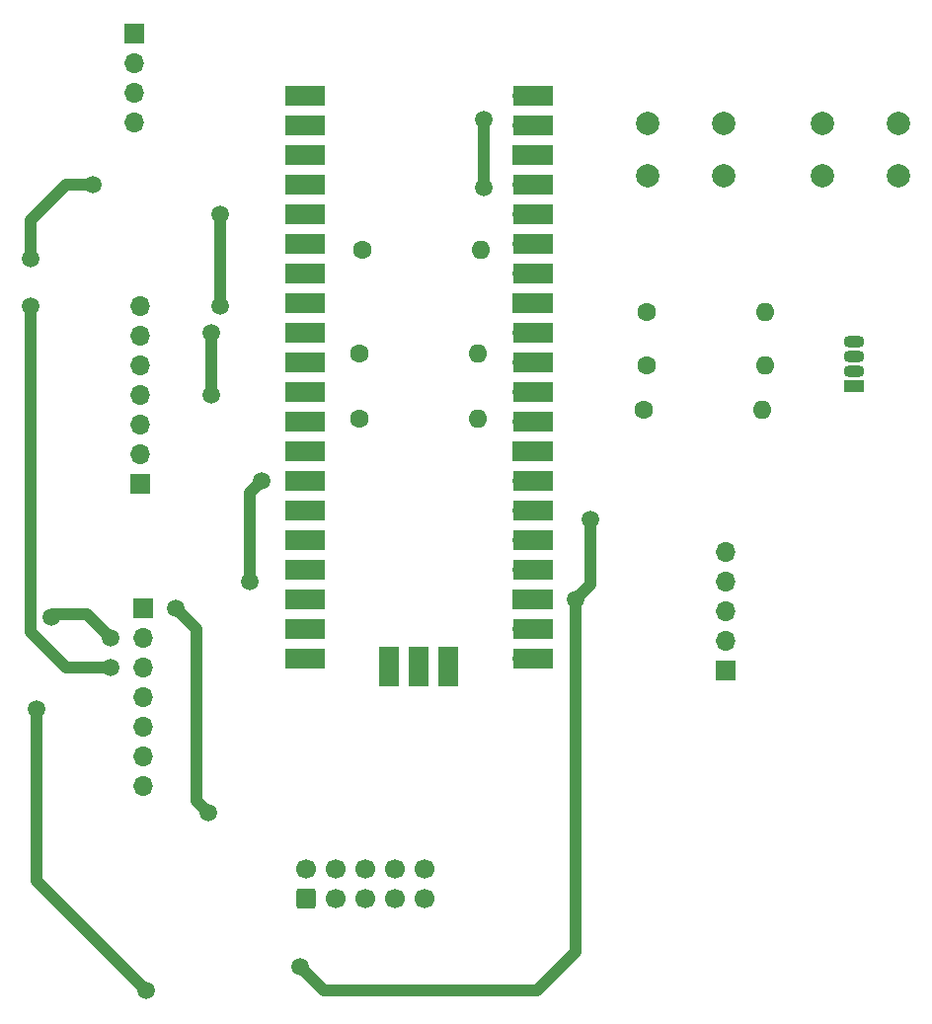
<source format=gbr>
%TF.GenerationSoftware,KiCad,Pcbnew,(6.0.1)*%
%TF.CreationDate,2022-11-25T13:10:30-03:00*%
%TF.ProjectId,Circuito esquem_tico,43697263-7569-4746-9f20-65737175656d,rev?*%
%TF.SameCoordinates,Original*%
%TF.FileFunction,Copper,L1,Top*%
%TF.FilePolarity,Positive*%
%FSLAX46Y46*%
G04 Gerber Fmt 4.6, Leading zero omitted, Abs format (unit mm)*
G04 Created by KiCad (PCBNEW (6.0.1)) date 2022-11-25 13:10:30*
%MOMM*%
%LPD*%
G01*
G04 APERTURE LIST*
G04 Aperture macros list*
%AMRoundRect*
0 Rectangle with rounded corners*
0 $1 Rounding radius*
0 $2 $3 $4 $5 $6 $7 $8 $9 X,Y pos of 4 corners*
0 Add a 4 corners polygon primitive as box body*
4,1,4,$2,$3,$4,$5,$6,$7,$8,$9,$2,$3,0*
0 Add four circle primitives for the rounded corners*
1,1,$1+$1,$2,$3*
1,1,$1+$1,$4,$5*
1,1,$1+$1,$6,$7*
1,1,$1+$1,$8,$9*
0 Add four rect primitives between the rounded corners*
20,1,$1+$1,$2,$3,$4,$5,0*
20,1,$1+$1,$4,$5,$6,$7,0*
20,1,$1+$1,$6,$7,$8,$9,0*
20,1,$1+$1,$8,$9,$2,$3,0*%
G04 Aperture macros list end*
%TA.AperFunction,ComponentPad*%
%ADD10C,1.600000*%
%TD*%
%TA.AperFunction,ComponentPad*%
%ADD11O,1.600000X1.600000*%
%TD*%
%TA.AperFunction,ComponentPad*%
%ADD12R,1.700000X1.700000*%
%TD*%
%TA.AperFunction,ComponentPad*%
%ADD13O,1.700000X1.700000*%
%TD*%
%TA.AperFunction,ComponentPad*%
%ADD14RoundRect,0.250000X0.600000X-0.600000X0.600000X0.600000X-0.600000X0.600000X-0.600000X-0.600000X0*%
%TD*%
%TA.AperFunction,ComponentPad*%
%ADD15C,1.700000*%
%TD*%
%TA.AperFunction,ComponentPad*%
%ADD16C,2.000000*%
%TD*%
%TA.AperFunction,ComponentPad*%
%ADD17R,1.800000X1.070000*%
%TD*%
%TA.AperFunction,ComponentPad*%
%ADD18O,1.800000X1.070000*%
%TD*%
%TA.AperFunction,SMDPad,CuDef*%
%ADD19R,3.500000X1.700000*%
%TD*%
%TA.AperFunction,SMDPad,CuDef*%
%ADD20R,1.700000X3.500000*%
%TD*%
%TA.AperFunction,ViaPad*%
%ADD21C,1.500000*%
%TD*%
%TA.AperFunction,Conductor*%
%ADD22C,1.000000*%
%TD*%
G04 APERTURE END LIST*
D10*
%TO.P,R6,1*%
%TO.N,GP21*%
X158496000Y-73406000D03*
D11*
%TO.P,R6,2*%
%TO.N,Net-(D1-Pad1)*%
X168656000Y-73406000D03*
%TD*%
D12*
%TO.P,J3,1,Pin_1*%
%TO.N,3.3V*%
X114808000Y-41148000D03*
D13*
%TO.P,J3,2,Pin_2*%
%TO.N,GP0*%
X114808000Y-43688000D03*
%TO.P,J3,3,Pin_3*%
%TO.N,GP1*%
X114808000Y-46228000D03*
%TO.P,J3,4,Pin_4*%
%TO.N,GND*%
X114808000Y-48768000D03*
%TD*%
D10*
%TO.P,R5,1*%
%TO.N,GP22*%
X158750000Y-69596000D03*
D11*
%TO.P,R5,2*%
%TO.N,Net-(D1-Pad3)*%
X168910000Y-69596000D03*
%TD*%
D12*
%TO.P,J4,1,Pin_1*%
%TO.N,GP17*%
X165526000Y-95733000D03*
D13*
%TO.P,J4,2,Pin_2*%
%TO.N,GP18*%
X165526000Y-93193000D03*
%TO.P,J4,3,Pin_3*%
%TO.N,GP19*%
X165526000Y-90653000D03*
%TO.P,J4,4,Pin_4*%
%TO.N,GP16*%
X165526000Y-88113000D03*
%TO.P,J4,5,Pin_5*%
%TO.N,VBUS*%
X165526000Y-85573000D03*
%TD*%
D14*
%TO.P,J6,1,Pin_1*%
%TO.N,GND*%
X129540000Y-115316000D03*
D15*
%TO.P,J6,2,Pin_2*%
X129540000Y-112776000D03*
%TO.P,J6,3,Pin_3*%
%TO.N,VBUS*%
X132080000Y-115316000D03*
%TO.P,J6,4,Pin_4*%
X132080000Y-112776000D03*
%TO.P,J6,5,Pin_5*%
%TO.N,3.3V*%
X134620000Y-115316000D03*
%TO.P,J6,6,Pin_6*%
X134620000Y-112776000D03*
%TO.P,J6,7,Pin_7*%
%TO.N,GP13*%
X137160000Y-115316000D03*
%TO.P,J6,8,Pin_8*%
X137160000Y-112776000D03*
%TO.P,J6,9,Pin_9*%
%TO.N,GP12*%
X139700000Y-115316000D03*
%TO.P,J6,10,Pin_10*%
X139700000Y-112776000D03*
%TD*%
D10*
%TO.P,R4,1*%
%TO.N,GP26*%
X158750000Y-65024000D03*
D11*
%TO.P,R4,2*%
%TO.N,Net-(D1-Pad4)*%
X168910000Y-65024000D03*
%TD*%
D12*
%TO.P,J1,1,Pin_1*%
%TO.N,GND*%
X115570000Y-90424000D03*
D13*
%TO.P,J1,2,Pin_2*%
%TO.N,VBUS*%
X115570000Y-92964000D03*
%TO.P,J1,3,Pin_3*%
%TO.N,GP2*%
X115570000Y-95504000D03*
%TO.P,J1,4,Pin_4*%
%TO.N,GP9*%
X115570000Y-98044000D03*
%TO.P,J1,5,Pin_5*%
%TO.N,GP8*%
X115570000Y-100584000D03*
%TO.P,J1,6,Pin_6*%
%TO.N,GP11*%
X115570000Y-103124000D03*
%TO.P,J1,7,Pin_7*%
%TO.N,GP10*%
X115570000Y-105664000D03*
%TD*%
D16*
%TO.P,SW2,1,1*%
%TO.N,GND*%
X165302000Y-48804000D03*
X158802000Y-48804000D03*
%TO.P,SW2,2,2*%
%TO.N,GP28*%
X158802000Y-53304000D03*
X165302000Y-53304000D03*
%TD*%
D17*
%TO.P,D1,1,RA*%
%TO.N,Net-(D1-Pad1)*%
X176530000Y-71374000D03*
D18*
%TO.P,D1,2,K*%
%TO.N,GND*%
X176530000Y-70104000D03*
%TO.P,D1,3,BA*%
%TO.N,Net-(D1-Pad3)*%
X176530000Y-68834000D03*
%TO.P,D1,4,GA*%
%TO.N,Net-(D1-Pad4)*%
X176530000Y-67564000D03*
%TD*%
D10*
%TO.P,R1,1*%
%TO.N,GP2*%
X134366000Y-59690000D03*
D11*
%TO.P,R1,2*%
%TO.N,3.3V*%
X144526000Y-59690000D03*
%TD*%
D10*
%TO.P,R2,1*%
%TO.N,GP9*%
X134112000Y-74168000D03*
D11*
%TO.P,R2,2*%
%TO.N,3.3V*%
X144272000Y-74168000D03*
%TD*%
D13*
%TO.P,U1,1,GPIO0*%
%TO.N,GP0*%
X130302000Y-46482000D03*
D19*
X129402000Y-46482000D03*
%TO.P,U1,2,GPIO1*%
%TO.N,GP1*%
X129402000Y-49022000D03*
D13*
X130302000Y-49022000D03*
D12*
%TO.P,U1,3,GND*%
%TO.N,GND*%
X130302000Y-51562000D03*
D19*
X129402000Y-51562000D03*
%TO.P,U1,4,GPIO2*%
%TO.N,GP2*%
X129402000Y-54102000D03*
D13*
X130302000Y-54102000D03*
D19*
%TO.P,U1,5,GPIO3*%
%TO.N,GP3*%
X129402000Y-56642000D03*
D13*
X130302000Y-56642000D03*
%TO.P,U1,6,GPIO4*%
%TO.N,GP4*%
X130302000Y-59182000D03*
D19*
X129402000Y-59182000D03*
D13*
%TO.P,U1,7,GPIO5*%
%TO.N,GP5*%
X130302000Y-61722000D03*
D19*
X129402000Y-61722000D03*
%TO.P,U1,8,GND*%
%TO.N,GND*%
X129402000Y-64262000D03*
D12*
X130302000Y-64262000D03*
D19*
%TO.P,U1,9,GPIO6*%
%TO.N,GP6*%
X129402000Y-66802000D03*
D13*
X130302000Y-66802000D03*
%TO.P,U1,10,GPIO7*%
%TO.N,GP7*%
X130302000Y-69342000D03*
D19*
X129402000Y-69342000D03*
%TO.P,U1,11,GPIO8*%
%TO.N,GP8*%
X129402000Y-71882000D03*
D13*
X130302000Y-71882000D03*
%TO.P,U1,12,GPIO9*%
%TO.N,GP9*%
X130302000Y-74422000D03*
D19*
X129402000Y-74422000D03*
D12*
%TO.P,U1,13,GND*%
%TO.N,GND*%
X130302000Y-76962000D03*
D19*
X129402000Y-76962000D03*
%TO.P,U1,14,GPIO10*%
%TO.N,GP10*%
X129402000Y-79502000D03*
D13*
X130302000Y-79502000D03*
%TO.P,U1,15,GPIO11*%
%TO.N,GP11*%
X130302000Y-82042000D03*
D19*
X129402000Y-82042000D03*
D13*
%TO.P,U1,16,GPIO12*%
%TO.N,GP12*%
X130302000Y-84582000D03*
D19*
X129402000Y-84582000D03*
%TO.P,U1,17,GPIO13*%
%TO.N,GP13*%
X129402000Y-87122000D03*
D13*
X130302000Y-87122000D03*
D19*
%TO.P,U1,18,GND*%
%TO.N,GND*%
X129402000Y-89662000D03*
D12*
X130302000Y-89662000D03*
D13*
%TO.P,U1,19,GPIO14*%
%TO.N,GP14*%
X130302000Y-92202000D03*
D19*
X129402000Y-92202000D03*
%TO.P,U1,20,GPIO15*%
%TO.N,GP15*%
X129402000Y-94742000D03*
D13*
X130302000Y-94742000D03*
%TO.P,U1,21,GPIO16*%
%TO.N,GP16*%
X148082000Y-94742000D03*
D19*
X148982000Y-94742000D03*
D13*
%TO.P,U1,22,GPIO17*%
%TO.N,GP17*%
X148082000Y-92202000D03*
D19*
X148982000Y-92202000D03*
D12*
%TO.P,U1,23,GND*%
%TO.N,GND*%
X148082000Y-89662000D03*
D19*
X148982000Y-89662000D03*
D13*
%TO.P,U1,24,GPIO18*%
%TO.N,GP18*%
X148082000Y-87122000D03*
D19*
X148982000Y-87122000D03*
D13*
%TO.P,U1,25,GPIO19*%
%TO.N,GP19*%
X148082000Y-84582000D03*
D19*
X148982000Y-84582000D03*
D13*
%TO.P,U1,26,GPIO20*%
%TO.N,GP20*%
X148082000Y-82042000D03*
D19*
X148982000Y-82042000D03*
%TO.P,U1,27,GPIO21*%
%TO.N,GP21*%
X148982000Y-79502000D03*
D13*
X148082000Y-79502000D03*
D12*
%TO.P,U1,28,GND*%
%TO.N,unconnected-(U1-Pad28)*%
X148082000Y-76962000D03*
D19*
X148982000Y-76962000D03*
D13*
%TO.P,U1,29,GPIO22*%
%TO.N,GP22*%
X148082000Y-74422000D03*
D19*
X148982000Y-74422000D03*
D13*
%TO.P,U1,30,RUN*%
%TO.N,unconnected-(U1-Pad30)*%
X148082000Y-71882000D03*
D19*
X148982000Y-71882000D03*
%TO.P,U1,31,GPIO26_ADC0*%
%TO.N,GP26*%
X148982000Y-69342000D03*
D13*
X148082000Y-69342000D03*
D19*
%TO.P,U1,32,GPIO27_ADC1*%
%TO.N,GP27*%
X148982000Y-66802000D03*
D13*
X148082000Y-66802000D03*
D19*
%TO.P,U1,33,AGND*%
%TO.N,unconnected-(U1-Pad33)*%
X148982000Y-64262000D03*
D12*
X148082000Y-64262000D03*
D13*
%TO.P,U1,34,GPIO28_ADC2*%
%TO.N,GP28*%
X148082000Y-61722000D03*
D19*
X148982000Y-61722000D03*
%TO.P,U1,35,ADC_VREF*%
%TO.N,unconnected-(U1-Pad35)*%
X148982000Y-59182000D03*
D13*
X148082000Y-59182000D03*
%TO.P,U1,36,3V3*%
%TO.N,3.3V*%
X148082000Y-56642000D03*
D19*
X148982000Y-56642000D03*
D13*
%TO.P,U1,37,3V3_EN*%
%TO.N,unconnected-(U1-Pad37)*%
X148082000Y-54102000D03*
D19*
X148982000Y-54102000D03*
D12*
%TO.P,U1,38,GND*%
%TO.N,GND*%
X148082000Y-51562000D03*
D19*
X148982000Y-51562000D03*
%TO.P,U1,39,VSYS*%
%TO.N,unconnected-(U1-Pad39)*%
X148982000Y-49022000D03*
D13*
X148082000Y-49022000D03*
D19*
%TO.P,U1,40,VBUS*%
%TO.N,VBUS*%
X148982000Y-46482000D03*
D13*
X148082000Y-46482000D03*
D20*
%TO.P,U1,41,SWCLK*%
%TO.N,unconnected-(U1-Pad41)*%
X136652000Y-95412000D03*
D13*
X136652000Y-94512000D03*
D12*
%TO.P,U1,42,GND*%
%TO.N,unconnected-(U1-Pad42)*%
X139192000Y-94512000D03*
D20*
X139192000Y-95412000D03*
%TO.P,U1,43,SWDIO*%
%TO.N,unconnected-(U1-Pad43)*%
X141732000Y-95412000D03*
D13*
X141732000Y-94512000D03*
%TD*%
D12*
%TO.P,J5,1,Pin_1*%
%TO.N,GP6*%
X115316000Y-79756000D03*
D13*
%TO.P,J5,2,Pin_2*%
%TO.N,GP7*%
X115316000Y-77216000D03*
%TO.P,J5,3,Pin_3*%
%TO.N,GP15*%
X115316000Y-74676000D03*
%TO.P,J5,4,Pin_4*%
%TO.N,GP3*%
X115316000Y-72136000D03*
%TO.P,J5,5,Pin_5*%
%TO.N,GP4*%
X115316000Y-69596000D03*
%TO.P,J5,6,Pin_6*%
%TO.N,3.3V*%
X115316000Y-67056000D03*
%TO.P,J5,7,Pin_7*%
%TO.N,GND*%
X115316000Y-64516000D03*
%TD*%
D10*
%TO.P,R3,1*%
%TO.N,GP8*%
X134112000Y-68580000D03*
D11*
%TO.P,R3,2*%
%TO.N,3.3V*%
X144272000Y-68580000D03*
%TD*%
D16*
%TO.P,SW1,1,1*%
%TO.N,GND*%
X173788000Y-48804000D03*
X180288000Y-48804000D03*
%TO.P,SW1,2,2*%
%TO.N,GP27*%
X173788000Y-53304000D03*
X180288000Y-53304000D03*
%TD*%
D21*
%TO.N,GND*%
X129032000Y-121158000D03*
X121158000Y-107950000D03*
X118364000Y-90424000D03*
%TO.N,VBUS*%
X112776000Y-92964000D03*
X107696000Y-91186000D03*
X106426000Y-99060000D03*
%TO.N,GP2*%
X112776000Y-95504000D03*
%TO.N,GP6*%
X121412000Y-72136000D03*
%TO.N,GND*%
X153924000Y-82804000D03*
X152654000Y-89662000D03*
%TO.N,VBUS*%
X115824000Y-123190000D03*
%TO.N,GP2*%
X105918000Y-64516000D03*
X105918000Y-60452000D03*
X111252000Y-54102000D03*
%TO.N,GP10*%
X125730000Y-79502000D03*
X124714000Y-88138000D03*
%TO.N,3.3V*%
X144780000Y-48514000D03*
X144780000Y-54356000D03*
%TO.N,GP3*%
X122174000Y-64516000D03*
X122174000Y-56642000D03*
%TO.N,GP6*%
X121412000Y-66802000D03*
%TD*%
D22*
%TO.N,GND*%
X131064000Y-123190000D02*
X129032000Y-121158000D01*
X149352000Y-123190000D02*
X131064000Y-123190000D01*
X152654000Y-119888000D02*
X149352000Y-123190000D01*
X152654000Y-89662000D02*
X152654000Y-119888000D01*
X120142000Y-106934000D02*
X121158000Y-107950000D01*
X120142000Y-92202000D02*
X120142000Y-106934000D01*
X118364000Y-90424000D02*
X120142000Y-92202000D01*
%TO.N,VBUS*%
X107950000Y-90932000D02*
X107696000Y-91186000D01*
X112776000Y-92964000D02*
X110744000Y-90932000D01*
X110744000Y-90932000D02*
X107950000Y-90932000D01*
X106426000Y-113792000D02*
X106426000Y-99060000D01*
X115824000Y-123190000D02*
X106426000Y-113792000D01*
%TO.N,GP2*%
X105918000Y-92456000D02*
X105918000Y-64516000D01*
X108966000Y-95504000D02*
X105918000Y-92456000D01*
X112776000Y-95504000D02*
X108966000Y-95504000D01*
%TO.N,GP10*%
X124714000Y-88138000D02*
X124714000Y-80518000D01*
X124714000Y-80518000D02*
X125730000Y-79502000D01*
%TO.N,GP6*%
X121412000Y-72136000D02*
X121412000Y-66802000D01*
%TO.N,GP2*%
X105918000Y-57150000D02*
X105918000Y-60452000D01*
X108966000Y-54102000D02*
X105918000Y-57150000D01*
X111252000Y-54102000D02*
X108966000Y-54102000D01*
%TO.N,GND*%
X153924000Y-88392000D02*
X153924000Y-82804000D01*
X152654000Y-89662000D02*
X153924000Y-88392000D01*
%TO.N,3.3V*%
X144780000Y-48514000D02*
X144780000Y-54356000D01*
%TO.N,GP3*%
X122174000Y-64516000D02*
X122174000Y-56642000D01*
%TD*%
M02*

</source>
